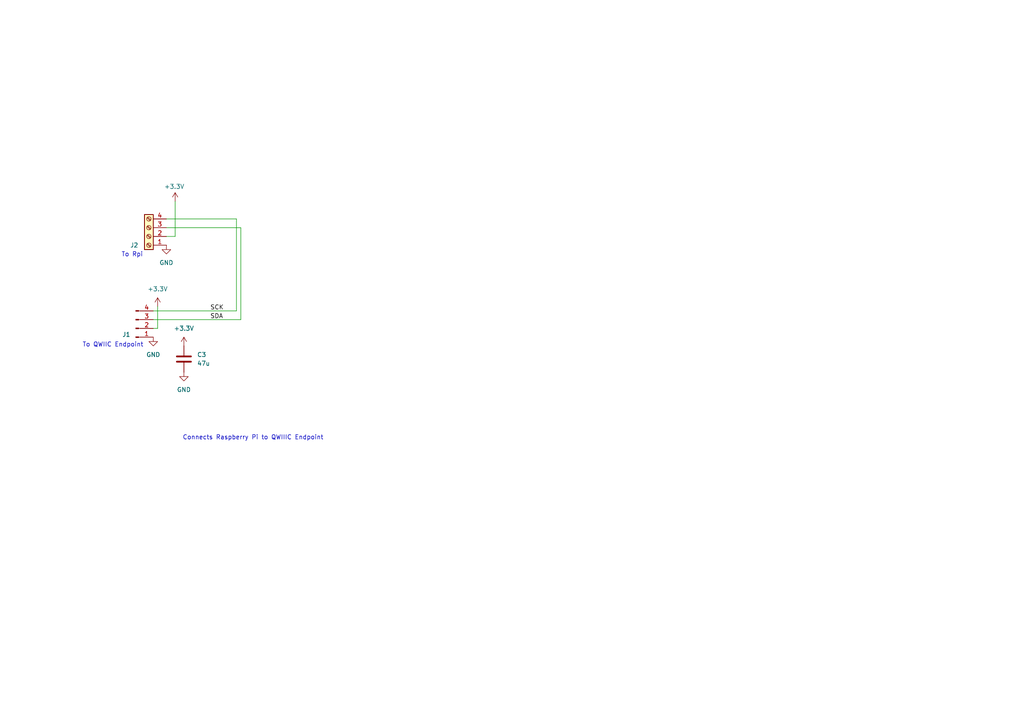
<source format=kicad_sch>
(kicad_sch (version 20250114) (generator "eeschema") (generator_version "9.0")
  (paper "A4")
  (lib_symbols
    (symbol "Connector:Conn_01x04_Pin" (pin_names (offset 1.016) (hide yes))
      (property "Reference" "J" (at 0 5.08 0))
      (property "Value" "Conn_01x04_Pin" (at 0 -7.62 0))
      (symbol "Conn_01x04_Pin_1_1"
        (rectangle (start 0.8636 2.667) (end 0 2.413) (stroke (width 0.1524)) (fill (type outline)))
        (rectangle (start 0.8636 0.127) (end 0 -0.127) (stroke (width 0.1524)) (fill (type outline)))
        (rectangle (start 0.8636 -2.413) (end 0 -2.667) (stroke (width 0.1524)) (fill (type outline)))
        (rectangle (start 0.8636 -4.953) (end 0 -5.207) (stroke (width 0.1524)) (fill (type outline)))
        (polyline (pts (xy 1.27 2.54) (xy 0.8636 2.54)) (stroke (width 0.1524)))
        (polyline (pts (xy 1.27 0) (xy 0.8636 0)) (stroke (width 0.1524)))
        (polyline (pts (xy 1.27 -2.54) (xy 0.8636 -2.54)) (stroke (width 0.1524)))
        (polyline (pts (xy 1.27 -5.08) (xy 0.8636 -5.08)) (stroke (width 0.1524)))
        (pin passive line (at 5.08 2.54 180) (length 3.81) (name "Pin_1") (number "1"))
        (pin passive line (at 5.08 0 180) (length 3.81) (name "Pin_2") (number "2"))
        (pin passive line (at 5.08 -2.54 180) (length 3.81) (name "Pin_3") (number "3"))
        (pin passive line (at 5.08 -5.08 180) (length 3.81) (name "Pin_4") (number "4"))
      )
    )
    (symbol "Connector:Screw_Terminal_01x04" (pin_names (offset 1.016) (hide yes))
      (property "Reference" "J" (at 0 5.08 0))
      (property "Value" "Screw_Terminal_01x04" (at 0 -7.62 0))
      (symbol "Screw_Terminal_01x04_1_1"
        (rectangle (start -1.27 3.81) (end 1.27 -6.35) (stroke (width 0.254)) (fill (type background)))
        (polyline (pts (xy -0.5334 2.8702) (xy 0.3302 2.032)) (stroke (width 0.1524)))
        (polyline (pts (xy -0.5334 0.3302) (xy 0.3302 -0.508)) (stroke (width 0.1524)))
        (polyline (pts (xy -0.5334 -2.2098) (xy 0.3302 -3.048)) (stroke (width 0.1524)))
        (polyline (pts (xy -0.5334 -4.7498) (xy 0.3302 -5.588)) (stroke (width 0.1524)))
        (polyline (pts (xy -0.3556 3.048) (xy 0.508 2.2098)) (stroke (width 0.1524)))
        (polyline (pts (xy -0.3556 0.508) (xy 0.508 -0.3302)) (stroke (width 0.1524)))
        (polyline (pts (xy -0.3556 -2.032) (xy 0.508 -2.8702)) (stroke (width 0.1524)))
        (polyline (pts (xy -0.3556 -4.572) (xy 0.508 -5.4102)) (stroke (width 0.1524)))
        (circle (center 0 2.54) (radius 0.635) (stroke (width 0.1524)))
        (circle (center 0 0) (radius 0.635) (stroke (width 0.1524)))
        (circle (center 0 -2.54) (radius 0.635) (stroke (width 0.1524)))
        (circle (center 0 -5.08) (radius 0.635) (stroke (width 0.1524)))
        (pin passive line (at -5.08 2.54 0) (length 3.81) (name "Pin_1") (number "1"))
        (pin passive line (at -5.08 0 0) (length 3.81) (name "Pin_2") (number "2"))
        (pin passive line (at -5.08 -2.54 0) (length 3.81) (name "Pin_3") (number "3"))
        (pin passive line (at -5.08 -5.08 0) (length 3.81) (name "Pin_4") (number "4"))
      )
    )
    (symbol "Device:C" (pin_numbers (hide yes)) (pin_names (offset 0.254))
      (property "Reference" "C" (at 0.635 2.54 0))
      (property "Value" "C" (at 0.635 -2.54 0))
      (symbol "C_0_1"
        (polyline (pts (xy -2.032 0.762) (xy 2.032 0.762)) (stroke (width 0.508)))
        (polyline (pts (xy -2.032 -0.762) (xy 2.032 -0.762)) (stroke (width 0.508)))
      )
      (symbol "C_1_1"
        (pin passive line (at 0 3.81 270) (length 2.794) (name "~") (number "1"))
        (pin passive line (at 0 -3.81 90) (length 2.794) (name "~") (number "2"))
      )
    )
    (symbol "GND_1" (power) (pin_numbers (hide yes)) (pin_names (offset 0) (hide yes))
      (property "Value" "GND" (at 0 -3.81 0))
      (symbol "GND_1_0_1"
        (polyline (pts (xy 0 0) (xy 0 -1.27) (xy 1.27 -1.27) (xy 0 -2.54) (xy -1.27 -1.27) (xy 0 -1.27)))
      )
      (symbol "GND_1_1_1"
        (pin power_in line (at 0 0 270) (length 0) (name "~") (number "1"))
      )
    )
    (symbol "power:+3.3V" (power) (pin_names (offset 0))
      (property "Value" "+3.3V" (at 0 3.556 0))
      (symbol "+3.3V_0_1"
        (polyline (pts (xy -0.762 1.27) (xy 0 2.54)))
        (polyline (pts (xy 0 2.54) (xy 0.762 1.27)))
        (polyline (pts (xy 0 0) (xy 0 2.54)))
      )
      (symbol "+3.3V_1_1"
        (pin power_in line (at 0 0 90) (length 0) (hide yes) (name "+3.3V") (number "1"))
      )
    )
    (symbol "power:GND" (power) (pin_names (offset 0))
      (property "Value" "GND" (at 0 -3.81 0))
      (symbol "GND_0_1"
        (polyline (pts (xy 0 0) (xy 0 -1.27) (xy 1.27 -1.27) (xy 0 -2.54) (xy -1.27 -1.27) (xy 0 -1.27)))
      )
      (symbol "GND_1_1"
        (pin power_in line (at 0 0 270) (length 0) (hide yes) (name "GND") (number "1"))
      )
    )
  )
  (text "To Rpi" (at 38.354 73.914 0) (effects (font (size 1.27 1.27))))
  (text "To QWIIC Endpoint" (at 32.766 100.076 0) (effects (font (size 1.27 1.27))))
  (text "Connects Raspberry Pi to QWIIIC Endpoint" (at 73.406 127 0) (effects (font (size 1.27 1.27))))
  (wire (pts (xy 48.26 66.04) (xy 69.85 66.04)))
  (wire (pts (xy 45.72 88.9) (xy 45.72 95.25)))
  (wire (pts (xy 50.8 58.42) (xy 50.8 68.58)))
  (wire (pts (xy 45.72 95.25) (xy 44.45 95.25)))
  (wire (pts (xy 69.85 92.71) (xy 69.85 66.04)))
  (wire (pts (xy 44.45 92.71) (xy 69.85 92.71)))
  (wire (pts (xy 50.8 68.58) (xy 48.26 68.58)))
  (wire (pts (xy 44.45 90.17) (xy 68.58 90.17)))
  (wire (pts (xy 68.58 63.5) (xy 48.26 63.5)))
  (wire (pts (xy 68.58 90.17) (xy 68.58 63.5)))
  (label "SDA" (at 60.96 92.71 0))
  (label "SCK" (at 60.96 90.17 0))
  (symbol (lib_id "Device:C") (at 53.34 104.14 0) (unit 1)
    (property "Reference" "C3" (at 57.15 102.8699 0) (effects (justify left)))
    (property "Value" "47u" (at 57.15 105.4099 0) (effects (justify left)))
    (property "Footprint" "Capacitor_THT:C_Radial_D6.3mm_H11.0mm_P2.50mm" (effects (hide yes)))
    (property "Datasheet" "50YXM47MEFR6.3X11" (effects (hide yes)))
  )
  (symbol (lib_name "GND_1") (lib_id "power:GND") (at 48.26 71.12 0) (unit 1)
    (property "Reference" "#PWR01" (effects (hide yes)))
    (property "Value" "GND" (at 48.26 76.2 0))
    (property "Description" "Power symbol creates a global label with name \"GND\" , ground" (effects (hide yes)))
  )
  (symbol (lib_id "power:+3.3V") (at 45.72 88.9 0) (unit 1)
    (property "Reference" "#PWR04" (effects (hide yes)))
    (property "Value" "+3.3V" (at 45.72 83.82 0))
  )
  (symbol (lib_name "GND_1") (lib_id "power:GND") (at 44.45 97.79 0) (unit 1)
    (property "Reference" "#PWR03" (effects (hide yes)))
    (property "Value" "GND" (at 44.45 102.87 0))
    (property "Description" "Power symbol creates a global label with name \"GND\" , ground" (effects (hide yes)))
  )
  (symbol (lib_id "Connector:Conn_01x04_Pin") (at 39.37 95.25 0) (mirror x) (unit 1)
    (property "Reference" "J1" (at 37.846 97.028 0) (effects (justify right)))
    (property "Value" "Conn_01x04_Pin" (effects (hide yes)))
    (property "Footprint" "Connector_PinHeader_2.54mm:PinHeader_1x04_P2.54mm_Vertical" (effects (hide yes)))
    (property "Description" "Generic connector, single row, 01x04, script generated" (effects (hide yes)))
  )
  (symbol (lib_id "power:GND") (at 53.34 107.95 0) (unit 1)
    (property "Reference" "#PWR037" (effects (hide yes)))
    (property "Value" "GND" (at 53.34 113.03 0))
  )
  (symbol (lib_id "power:+3.3V") (at 50.8 58.42 0) (unit 1)
    (property "Reference" "#PWR02" (effects (hide yes)))
    (property "Value" "+3.3V" (at 50.546 54.102 0))
  )
  (symbol (lib_id "power:+3.3V") (at 53.34 100.33 0) (unit 1)
    (property "Reference" "#PWR036" (effects (hide yes)))
    (property "Value" "+3.3V" (at 53.34 95.25 0))
  )
  (symbol (lib_id "Connector:Screw_Terminal_01x04") (at 43.18 68.58 180) (unit 1)
    (property "Reference" "J2" (at 40.132 71.12 0) (effects (justify left)))
    (property "Value" "Screw_Terminal_01x04" (effects (hide yes)))
    (property "Description" "Generic screw terminal, single row, 01x04, script generated (kicad-library-utils/schlib/autogen/connector/)" (effects (hide yes)))
  )
)
</source>
